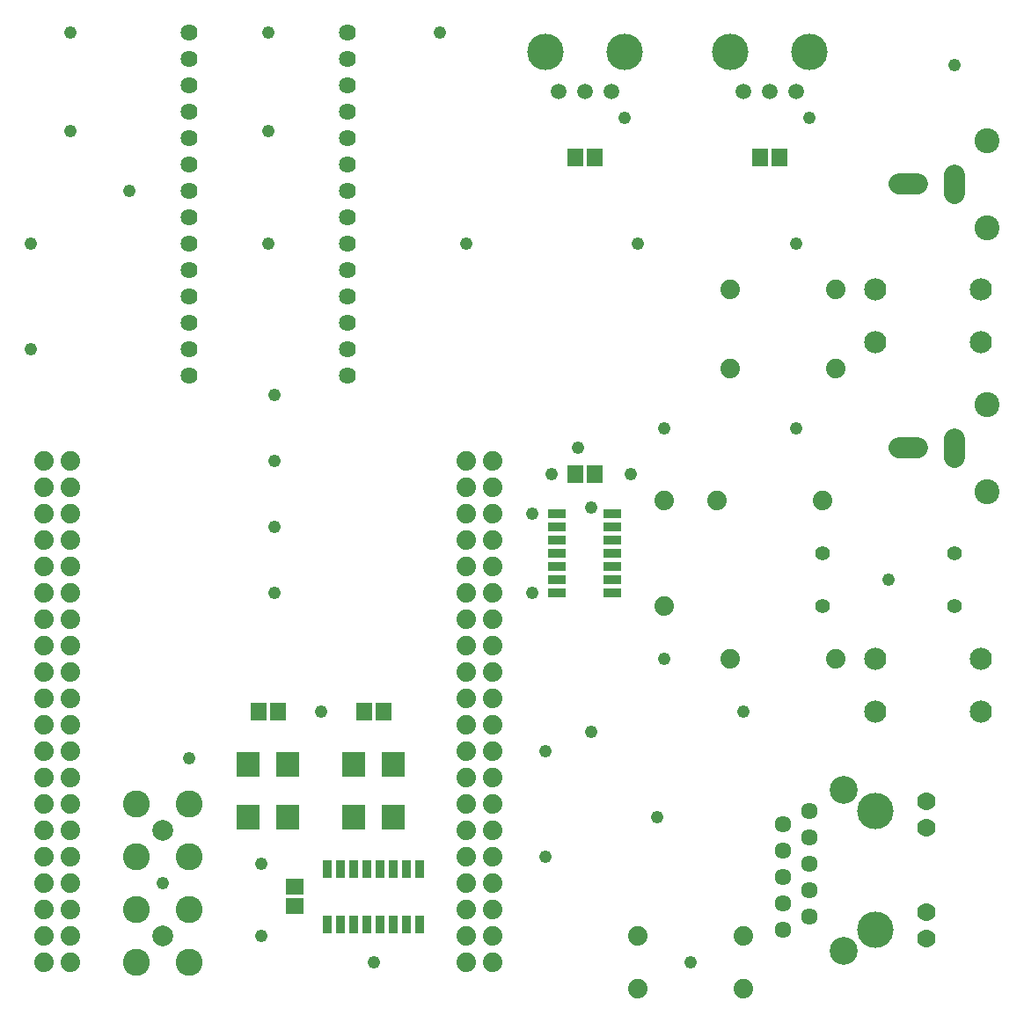
<source format=gts>
G75*
%MOIN*%
%OFA0B0*%
%FSLAX25Y25*%
%IPPOS*%
%LPD*%
%AMOC8*
5,1,8,0,0,1.08239X$1,22.5*
%
%ADD10R,0.05918X0.06706*%
%ADD11C,0.05556*%
%ADD12R,0.06706X0.05918*%
%ADD13C,0.07400*%
%ADD14C,0.05950*%
%ADD15C,0.13800*%
%ADD16C,0.07887*%
%ADD17C,0.09461*%
%ADD18C,0.07887*%
%ADD19C,0.10249*%
%ADD20C,0.10550*%
%ADD21C,0.06343*%
%ADD22C,0.06950*%
%ADD23C,0.06400*%
%ADD24C,0.08400*%
%ADD25R,0.06800X0.03300*%
%ADD26R,0.03300X0.06800*%
%ADD27R,0.08800X0.09800*%
%ADD28C,0.04762*%
D10*
X0107760Y0121500D03*
X0115240Y0121500D03*
X0147760Y0121500D03*
X0155240Y0121500D03*
X0227760Y0211500D03*
X0235240Y0211500D03*
X0235240Y0331500D03*
X0227760Y0331500D03*
X0297760Y0331500D03*
X0305240Y0331500D03*
D11*
X0321500Y0181500D03*
X0321500Y0161500D03*
X0371500Y0161500D03*
X0371500Y0181500D03*
D12*
X0121500Y0055240D03*
X0121500Y0047760D03*
D13*
X0026500Y0026500D03*
X0026500Y0036500D03*
X0026500Y0046500D03*
X0026500Y0056500D03*
X0026500Y0066500D03*
X0026500Y0076500D03*
X0026500Y0086500D03*
X0026500Y0096500D03*
X0026500Y0106500D03*
X0026500Y0116500D03*
X0026500Y0126500D03*
X0026500Y0136500D03*
X0026500Y0146500D03*
X0026500Y0156500D03*
X0026500Y0166500D03*
X0026500Y0176500D03*
X0026500Y0186500D03*
X0026500Y0196500D03*
X0026500Y0206500D03*
X0026500Y0216500D03*
X0036500Y0216500D03*
X0036500Y0206500D03*
X0036500Y0196500D03*
X0036500Y0186500D03*
X0036500Y0176500D03*
X0036500Y0166500D03*
X0036500Y0156500D03*
X0036500Y0146500D03*
X0036500Y0136500D03*
X0036500Y0126500D03*
X0036500Y0116500D03*
X0036500Y0106500D03*
X0036500Y0096500D03*
X0036500Y0086500D03*
X0036500Y0076500D03*
X0036500Y0066500D03*
X0036500Y0056500D03*
X0036500Y0046500D03*
X0036500Y0036500D03*
X0036500Y0026500D03*
X0186500Y0026500D03*
X0186500Y0036500D03*
X0186500Y0046500D03*
X0196500Y0046500D03*
X0196500Y0036500D03*
X0196500Y0026500D03*
X0196500Y0056500D03*
X0196500Y0066500D03*
X0196500Y0076500D03*
X0186500Y0076500D03*
X0186500Y0066500D03*
X0186500Y0056500D03*
X0186500Y0086500D03*
X0186500Y0096500D03*
X0186500Y0106500D03*
X0196500Y0106500D03*
X0196500Y0096500D03*
X0196500Y0086500D03*
X0196500Y0116500D03*
X0196500Y0126500D03*
X0196500Y0136500D03*
X0186500Y0136500D03*
X0186500Y0126500D03*
X0186500Y0116500D03*
X0186500Y0146500D03*
X0186500Y0156500D03*
X0186500Y0166500D03*
X0196500Y0166500D03*
X0196500Y0156500D03*
X0196500Y0146500D03*
X0196500Y0176500D03*
X0196500Y0186500D03*
X0196500Y0196500D03*
X0186500Y0196500D03*
X0186500Y0186500D03*
X0186500Y0176500D03*
X0186500Y0206500D03*
X0186500Y0216500D03*
X0196500Y0216500D03*
X0196500Y0206500D03*
X0261500Y0201500D03*
X0281500Y0201500D03*
X0261500Y0161500D03*
X0286500Y0141500D03*
X0326500Y0141500D03*
X0321500Y0201500D03*
X0326500Y0251500D03*
X0326500Y0281500D03*
X0286500Y0281500D03*
X0286500Y0251500D03*
X0291500Y0036500D03*
X0291500Y0016500D03*
X0251500Y0016500D03*
X0251500Y0036500D03*
D14*
X0241500Y0356500D03*
X0231500Y0356500D03*
X0221500Y0356500D03*
X0291500Y0356500D03*
X0301500Y0356500D03*
X0311500Y0356500D03*
D15*
X0316500Y0371500D03*
X0286500Y0371500D03*
X0246500Y0371500D03*
X0216500Y0371500D03*
X0341500Y0084000D03*
X0341500Y0039000D03*
D16*
X0371500Y0217957D02*
X0371500Y0225043D01*
X0357543Y0221500D02*
X0350457Y0221500D01*
X0371500Y0317957D02*
X0371500Y0325043D01*
X0357543Y0321500D02*
X0350457Y0321500D01*
D17*
X0384000Y0305000D03*
X0384000Y0338000D03*
X0384000Y0238000D03*
X0384000Y0205000D03*
D18*
X0071500Y0076500D03*
X0071500Y0036500D03*
D19*
X0081500Y0026500D03*
X0081500Y0046500D03*
X0081500Y0066500D03*
X0081500Y0086500D03*
X0061500Y0086500D03*
X0061500Y0066500D03*
X0061500Y0046500D03*
X0061500Y0026500D03*
D20*
X0329500Y0031000D03*
X0329500Y0092000D03*
D21*
X0316500Y0084000D03*
X0316500Y0074000D03*
X0306500Y0069000D03*
X0306500Y0079000D03*
X0316500Y0064000D03*
X0316500Y0054000D03*
X0316500Y0044000D03*
X0306500Y0039000D03*
X0306500Y0049000D03*
X0306500Y0059000D03*
D22*
X0361000Y0045500D03*
X0361000Y0035500D03*
X0361000Y0077500D03*
X0361000Y0087500D03*
D23*
X0141500Y0249000D03*
X0141500Y0259000D03*
X0141500Y0269000D03*
X0141500Y0279000D03*
X0141500Y0289000D03*
X0141500Y0299000D03*
X0141500Y0309000D03*
X0141500Y0319000D03*
X0141500Y0329000D03*
X0141500Y0339000D03*
X0141500Y0349000D03*
X0141500Y0359000D03*
X0141500Y0369000D03*
X0141500Y0379000D03*
X0081500Y0379000D03*
X0081500Y0369000D03*
X0081500Y0359000D03*
X0081500Y0349000D03*
X0081500Y0339000D03*
X0081500Y0329000D03*
X0081500Y0319000D03*
X0081500Y0309000D03*
X0081500Y0299000D03*
X0081500Y0289000D03*
X0081500Y0279000D03*
X0081500Y0269000D03*
X0081500Y0259000D03*
X0081500Y0249000D03*
D24*
X0341500Y0261500D03*
X0341500Y0281500D03*
X0381500Y0281500D03*
X0381500Y0261500D03*
X0381500Y0141500D03*
X0381500Y0121500D03*
X0341500Y0121500D03*
X0341500Y0141500D03*
D25*
X0242000Y0166500D03*
X0242000Y0171500D03*
X0242000Y0176500D03*
X0242000Y0181500D03*
X0242000Y0186500D03*
X0242000Y0191500D03*
X0242000Y0196500D03*
X0221000Y0196500D03*
X0221000Y0191500D03*
X0221000Y0186500D03*
X0221000Y0181500D03*
X0221000Y0176500D03*
X0221000Y0171500D03*
X0221000Y0166500D03*
D26*
X0169000Y0062000D03*
X0164000Y0062000D03*
X0159000Y0062000D03*
X0154000Y0062000D03*
X0149000Y0062000D03*
X0144000Y0062000D03*
X0139000Y0062000D03*
X0134000Y0062000D03*
X0134000Y0041000D03*
X0139000Y0041000D03*
X0144000Y0041000D03*
X0149000Y0041000D03*
X0154000Y0041000D03*
X0159000Y0041000D03*
X0164000Y0041000D03*
X0169000Y0041000D03*
D27*
X0159000Y0081500D03*
X0144000Y0081500D03*
X0144000Y0101500D03*
X0159000Y0101500D03*
X0119000Y0101500D03*
X0104000Y0101500D03*
X0104000Y0081500D03*
X0119000Y0081500D03*
D28*
X0109000Y0064000D03*
X0109000Y0036500D03*
X0071500Y0056500D03*
X0081500Y0104000D03*
X0131500Y0121500D03*
X0114000Y0166500D03*
X0114000Y0191500D03*
X0114000Y0216500D03*
X0114000Y0241500D03*
X0111500Y0299000D03*
X0111500Y0341500D03*
X0111500Y0379000D03*
X0059000Y0319000D03*
X0036500Y0341500D03*
X0036500Y0379000D03*
X0021500Y0299000D03*
X0021500Y0259000D03*
X0176500Y0379000D03*
X0246500Y0346500D03*
X0251500Y0299000D03*
X0311500Y0299000D03*
X0316500Y0346500D03*
X0371500Y0366500D03*
X0311500Y0229000D03*
X0261500Y0229000D03*
X0249000Y0211500D03*
X0234000Y0199000D03*
X0219000Y0211500D03*
X0229000Y0221500D03*
X0211500Y0196500D03*
X0211500Y0166500D03*
X0261500Y0141500D03*
X0234000Y0114000D03*
X0216500Y0106500D03*
X0216500Y0066500D03*
X0259000Y0081500D03*
X0291500Y0121500D03*
X0346500Y0171500D03*
X0271500Y0026500D03*
X0151500Y0026500D03*
X0186500Y0299000D03*
M02*

</source>
